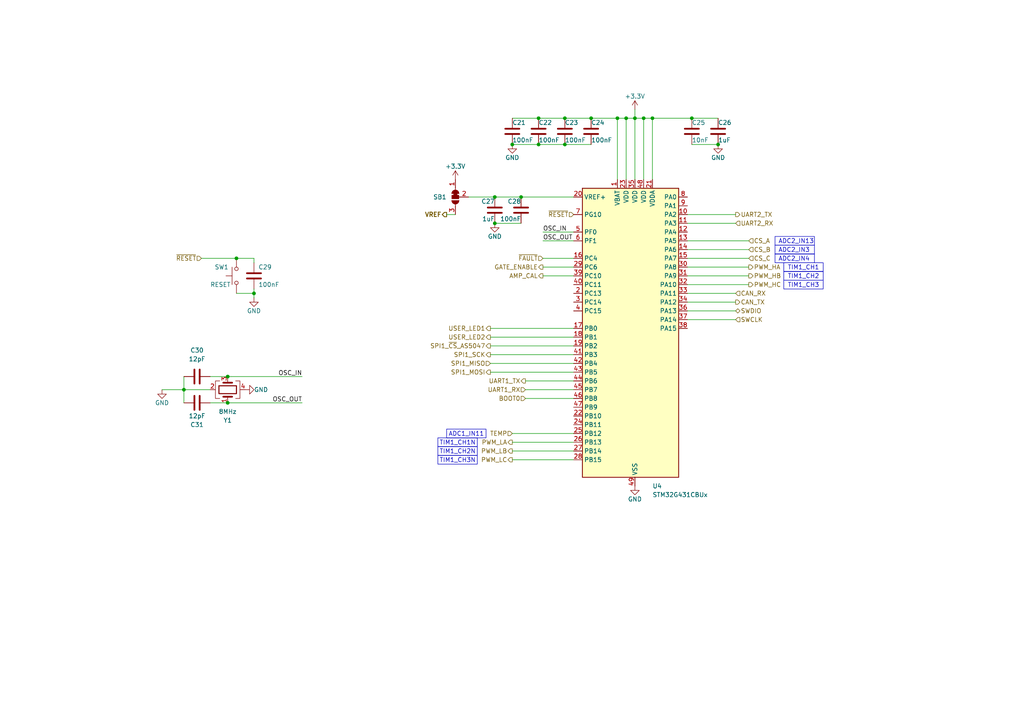
<source format=kicad_sch>
(kicad_sch (version 20230121) (generator eeschema)
  (paper "A4")
  (title_block (comment 1 "Output current sunk/source by any I/Os and control pin is 25mA MAX"))
  (lib_symbols
    (symbol "Device:C" (pin_numbers hide) (pin_names (offset 0.254))
      (property "Reference" "C" (at 0.635 2.54 0))
      (property "Value" "C" (at 0.635 -2.54 0))
      (symbol "C_0_1"
        (polyline (pts (xy -2.032 -0.762) (xy 2.032 -0.762)) (stroke (width 0.508)))
        (polyline (pts (xy -2.032 0.762) (xy 2.032 0.762)) (stroke (width 0.508)))
      )
      (symbol "C_1_1"
        (pin passive line (at 0 3.81 270) (length 2.794) (name "~") (number "1"))
        (pin passive line (at 0 -3.81 90) (length 2.794) (name "~") (number "2"))
      )
    )
    (symbol "Device:Crystal_GND24" (pin_names (offset 1.016) hide)
      (property "Reference" "Y" (at 3.175 5.08 0))
      (property "Value" "Crystal_GND24" (at 3.175 3.175 0))
      (symbol "Crystal_GND24_0_1"
        (rectangle (start -1.143 2.54) (end 1.143 -2.54) (stroke (width 0.3048)))
        (polyline (pts (xy -2.54 0) (xy -2.032 0)))
        (polyline (pts (xy -2.032 -1.27) (xy -2.032 1.27)) (stroke (width 0.508)))
        (polyline (pts (xy 0 -3.81) (xy 0 -3.556)))
        (polyline (pts (xy 0 3.556) (xy 0 3.81)))
        (polyline (pts (xy 2.032 -1.27) (xy 2.032 1.27)) (stroke (width 0.508)))
        (polyline (pts (xy 2.032 0) (xy 2.54 0)))
        (polyline (pts (xy -2.54 -2.286) (xy -2.54 -3.556) (xy 2.54 -3.556) (xy 2.54 -2.286)))
        (polyline (pts (xy -2.54 2.286) (xy -2.54 3.556) (xy 2.54 3.556) (xy 2.54 2.286)))
      )
      (symbol "Crystal_GND24_1_1"
        (pin passive line (at -3.81 0 0) (length 1.27) (name "1") (number "1"))
        (pin passive line (at 0 5.08 270) (length 1.27) (name "2") (number "2"))
        (pin passive line (at 3.81 0 180) (length 1.27) (name "3") (number "3"))
        (pin passive line (at 0 -5.08 90) (length 1.27) (name "4") (number "4"))
      )
    )
    (symbol "GND_1" (power) (pin_names (offset 0))
      (property "Value" "GND_1" (at 0 -3.81 0))
      (symbol "GND_1_0_1"
        (polyline (pts (xy 0 0) (xy 0 -1.27) (xy 1.27 -1.27) (xy 0 -2.54) (xy -1.27 -1.27) (xy 0 -1.27)))
      )
      (symbol "GND_1_1_1"
        (pin power_in line (at 0 0 270) (length 0) hide (name "GND") (number "1"))
      )
    )
    (symbol "GND_2" (power) (pin_names (offset 0))
      (property "Value" "GND_2" (at 0 -3.81 0))
      (symbol "GND_2_0_1"
        (polyline (pts (xy 0 0) (xy 0 -1.27) (xy 1.27 -1.27) (xy 0 -2.54) (xy -1.27 -1.27) (xy 0 -1.27)))
      )
      (symbol "GND_2_1_1"
        (pin power_in line (at 0 0 270) (length 0) hide (name "GND") (number "1"))
      )
    )
    (symbol "Jumper:SolderJumper_3_Bridged12" (pin_names (offset 0) hide)
      (property "Reference" "JP" (at -2.54 -2.54 0))
      (property "Value" "SolderJumper_3_Bridged12" (at 0 2.794 0))
      (symbol "SolderJumper_3_Bridged12_0_1"
        (rectangle (start -1.016 0.508) (end -0.508 -0.508) (fill (type outline)))
        (arc (start -1.016 1.016) (mid -2.0276 0) (end -1.016 -1.016))
        (arc (start -1.016 1.016) (mid -2.0276 0) (end -1.016 -1.016) (fill (type outline)))
        (rectangle (start -0.508 1.016) (end 0.508 -1.016) (fill (type outline)))
        (polyline (pts (xy -2.54 0) (xy -2.032 0)))
        (polyline (pts (xy -1.016 1.016) (xy -1.016 -1.016)))
        (polyline (pts (xy 0 -1.27) (xy 0 -1.016)))
        (polyline (pts (xy 1.016 1.016) (xy 1.016 -1.016)))
        (polyline (pts (xy 2.54 0) (xy 2.032 0)))
        (arc (start 1.016 -1.016) (mid 2.0276 0) (end 1.016 1.016))
        (arc (start 1.016 -1.016) (mid 2.0276 0) (end 1.016 1.016) (fill (type outline)))
      )
      (symbol "SolderJumper_3_Bridged12_1_1"
        (pin passive line (at -5.08 0 0) (length 2.54) (name "A") (number "1"))
        (pin passive line (at 0 -3.81 90) (length 2.54) (name "C") (number "2"))
        (pin passive line (at 5.08 0 180) (length 2.54) (name "B") (number "3"))
      )
    )
    (symbol "MCU_ST_STM32G4:STM32G431CBUx"
      (property "Reference" "U" (at -12.7 44.45 0))
      (property "Value" "STM32G431CBUx" (at 10.16 44.45 0))
      (symbol "STM32G431CBUx_0_1"
        (rectangle (start -12.7 -40.64) (end 15.24 43.18) (stroke (width 0.254)) (fill (type background)))
      )
      (symbol "STM32G431CBUx_1_1"
        (pin power_in line (at -2.54 45.72 270) (length 2.54) (name "VBAT") (number "1"))
        (pin bidirectional line (at 17.78 35.56 180) (length 2.54) (name "PA2") (number "10"))
        (pin bidirectional line (at 17.78 33.02 180) (length 2.54) (name "PA3") (number "11"))
        (pin bidirectional line (at 17.78 30.48 180) (length 2.54) (name "PA4") (number "12"))
        (pin bidirectional line (at 17.78 27.94 180) (length 2.54) (name "PA5") (number "13"))
        (pin bidirectional line (at 17.78 25.4 180) (length 2.54) (name "PA6") (number "14"))
        (pin bidirectional line (at 17.78 22.86 180) (length 2.54) (name "PA7") (number "15"))
        (pin bidirectional line (at -15.24 22.86 0) (length 2.54) (name "PC4") (number "16"))
        (pin bidirectional line (at -15.24 2.54 0) (length 2.54) (name "PB0") (number "17"))
        (pin bidirectional line (at -15.24 0 0) (length 2.54) (name "PB1") (number "18"))
        (pin bidirectional line (at -15.24 -2.54 0) (length 2.54) (name "PB2") (number "19"))
        (pin bidirectional line (at -15.24 12.7 0) (length 2.54) (name "PC13") (number "2"))
        (pin input line (at -15.24 40.64 0) (length 2.54) (name "VREF+") (number "20"))
        (pin power_in line (at 7.62 45.72 270) (length 2.54) (name "VDDA") (number "21"))
        (pin bidirectional line (at -15.24 -22.86 0) (length 2.54) (name "PB10") (number "22"))
        (pin power_in line (at 0 45.72 270) (length 2.54) (name "VDD") (number "23"))
        (pin bidirectional line (at -15.24 -25.4 0) (length 2.54) (name "PB11") (number "24"))
        (pin bidirectional line (at -15.24 -27.94 0) (length 2.54) (name "PB12") (number "25"))
        (pin bidirectional line (at -15.24 -30.48 0) (length 2.54) (name "PB13") (number "26"))
        (pin bidirectional line (at -15.24 -33.02 0) (length 2.54) (name "PB14") (number "27"))
        (pin bidirectional line (at -15.24 -35.56 0) (length 2.54) (name "PB15") (number "28"))
        (pin bidirectional line (at -15.24 20.32 0) (length 2.54) (name "PC6") (number "29"))
        (pin bidirectional line (at -15.24 10.16 0) (length 2.54) (name "PC14") (number "3"))
        (pin bidirectional line (at 17.78 20.32 180) (length 2.54) (name "PA8") (number "30"))
        (pin bidirectional line (at 17.78 17.78 180) (length 2.54) (name "PA9") (number "31"))
        (pin bidirectional line (at 17.78 15.24 180) (length 2.54) (name "PA10") (number "32"))
        (pin bidirectional line (at 17.78 12.7 180) (length 2.54) (name "PA11") (number "33"))
        (pin bidirectional line (at 17.78 10.16 180) (length 2.54) (name "PA12") (number "34"))
        (pin power_in line (at 2.54 45.72 270) (length 2.54) (name "VDD") (number "35"))
        (pin bidirectional line (at 17.78 7.62 180) (length 2.54) (name "PA13") (number "36"))
        (pin bidirectional line (at 17.78 5.08 180) (length 2.54) (name "PA14") (number "37"))
        (pin bidirectional line (at 17.78 2.54 180) (length 2.54) (name "PA15") (number "38"))
        (pin bidirectional line (at -15.24 17.78 0) (length 2.54) (name "PC10") (number "39"))
        (pin bidirectional line (at -15.24 7.62 0) (length 2.54) (name "PC15") (number "4"))
        (pin bidirectional line (at -15.24 15.24 0) (length 2.54) (name "PC11") (number "40"))
        (pin bidirectional line (at -15.24 -5.08 0) (length 2.54) (name "PB3") (number "41"))
        (pin bidirectional line (at -15.24 -7.62 0) (length 2.54) (name "PB4") (number "42"))
        (pin bidirectional line (at -15.24 -10.16 0) (length 2.54) (name "PB5") (number "43"))
        (pin bidirectional line (at -15.24 -12.7 0) (length 2.54) (name "PB6") (number "44"))
        (pin bidirectional line (at -15.24 -15.24 0) (length 2.54) (name "PB7") (number "45"))
        (pin bidirectional line (at -15.24 -17.78 0) (length 2.54) (name "PB8") (number "46"))
        (pin bidirectional line (at -15.24 -20.32 0) (length 2.54) (name "PB9") (number "47"))
        (pin power_in line (at 5.08 45.72 270) (length 2.54) (name "VDD") (number "48"))
        (pin power_in line (at 2.54 -43.18 90) (length 2.54) (name "VSS") (number "49"))
        (pin bidirectional line (at -15.24 30.48 0) (length 2.54) (name "PF0") (number "5"))
        (pin bidirectional line (at -15.24 27.94 0) (length 2.54) (name "PF1") (number "6"))
        (pin bidirectional line (at -15.24 35.56 0) (length 2.54) (name "PG10") (number "7"))
        (pin bidirectional line (at 17.78 40.64 180) (length 2.54) (name "PA0") (number "8"))
        (pin bidirectional line (at 17.78 38.1 180) (length 2.54) (name "PA1") (number "9"))
      )
    )
    (symbol "Switch:SW_Push" (pin_numbers hide) (pin_names (offset 1.016) hide)
      (property "Reference" "SW" (at 1.27 2.54 0))
      (property "Value" "SW_Push" (at 0 -1.524 0))
      (symbol "SW_Push_0_1"
        (circle (center -2.032 0) (radius 0.508))
        (polyline (pts (xy 0 1.27) (xy 0 3.048)))
        (polyline (pts (xy 2.54 1.27) (xy -2.54 1.27)))
        (circle (center 2.032 0) (radius 0.508))
        (pin passive line (at -5.08 0 0) (length 2.54) (name "1") (number "1"))
        (pin passive line (at 5.08 0 180) (length 2.54) (name "2") (number "2"))
      )
    )
    (symbol "power:+3.3V" (power) (pin_names (offset 0))
      (property "Value" "+3.3V" (at 0 3.556 0))
      (symbol "+3.3V_0_1"
        (polyline (pts (xy -0.762 1.27) (xy 0 2.54)))
        (polyline (pts (xy 0 0) (xy 0 2.54)))
        (polyline (pts (xy 0 2.54) (xy 0.762 1.27)))
      )
      (symbol "+3.3V_1_1"
        (pin power_in line (at 0 0 90) (length 0) hide (name "+3.3V") (number "1"))
      )
    )
    (symbol "power:GND" (power) (pin_names (offset 0))
      (property "Value" "GND" (at 0 -3.81 0))
      (symbol "GND_0_1"
        (polyline (pts (xy 0 0) (xy 0 -1.27) (xy 1.27 -1.27) (xy 0 -2.54) (xy -1.27 -1.27) (xy 0 -1.27)))
      )
      (symbol "GND_1_1"
        (pin power_in line (at 0 0 270) (length 0) hide (name "GND") (number "1"))
      )
    )
  )
  (junction (at 53.34 113.03))
  (junction (at 200.66 34.29))
  (junction (at 68.58 74.93))
  (junction (at 163.83 34.29))
  (junction (at 156.21 34.29))
  (junction (at 179.07 34.29))
  (junction (at 151.13 57.15))
  (junction (at 184.15 34.29))
  (junction (at 66.04 116.84))
  (junction (at 186.69 34.29))
  (junction (at 181.61 34.29))
  (junction (at 73.66 85.09))
  (junction (at 189.23 34.29))
  (junction (at 171.45 34.29))
  (junction (at 143.51 57.15))
  (junction (at 163.83 41.91))
  (junction (at 208.28 41.91))
  (junction (at 143.51 64.77))
  (junction (at 66.04 109.22))
  (junction (at 148.59 41.91))
  (junction (at 156.21 41.91))
  (wire (pts (xy 73.66 85.09) (xy 73.66 86.36)))
  (wire (pts (xy 60.96 116.84) (xy 66.04 116.84)))
  (wire (pts (xy 181.61 34.29) (xy 184.15 34.29)))
  (wire (pts (xy 148.59 133.35) (xy 166.37 133.35)))
  (wire (pts (xy 60.96 109.22) (xy 66.04 109.22)))
  (wire (pts (xy 199.39 92.71) (xy 213.36 92.71)))
  (wire (pts (xy 152.4 115.57) (xy 166.37 115.57)))
  (wire (pts (xy 179.07 34.29) (xy 179.07 52.07)))
  (wire (pts (xy 171.45 34.29) (xy 163.83 34.29)))
  (wire (pts (xy 68.58 74.93) (xy 73.66 74.93)))
  (wire (pts (xy 199.39 69.85) (xy 217.17 69.85)))
  (wire (pts (xy 148.59 41.91) (xy 156.21 41.91)))
  (wire (pts (xy 166.37 102.87) (xy 142.24 102.87)))
  (wire (pts (xy 148.59 128.27) (xy 166.37 128.27)))
  (wire (pts (xy 73.66 74.93) (xy 73.66 76.2)))
  (wire (pts (xy 199.39 85.09) (xy 213.36 85.09)))
  (wire (pts (xy 142.24 95.25) (xy 166.37 95.25)))
  (wire (pts (xy 166.37 113.03) (xy 152.4 113.03)))
  (wire (pts (xy 156.21 41.91) (xy 163.83 41.91)))
  (wire (pts (xy 157.48 67.31) (xy 166.37 67.31)))
  (wire (pts (xy 129.54 62.23) (xy 132.08 62.23)))
  (wire (pts (xy 53.34 113.03) (xy 60.96 113.03)))
  (wire (pts (xy 199.39 80.01) (xy 217.17 80.01)))
  (wire (pts (xy 148.59 130.81) (xy 166.37 130.81)))
  (wire (pts (xy 142.24 97.79) (xy 166.37 97.79)))
  (wire (pts (xy 189.23 34.29) (xy 200.66 34.29)))
  (wire (pts (xy 68.58 85.09) (xy 73.66 85.09)))
  (wire (pts (xy 186.69 34.29) (xy 189.23 34.29)))
  (wire (pts (xy 166.37 110.49) (xy 152.4 110.49)))
  (wire (pts (xy 199.39 90.17) (xy 213.36 90.17)))
  (wire (pts (xy 181.61 34.29) (xy 181.61 52.07)))
  (wire (pts (xy 171.45 34.29) (xy 179.07 34.29)))
  (wire (pts (xy 143.51 57.15) (xy 135.89 57.15)))
  (wire (pts (xy 184.15 34.29) (xy 184.15 52.07)))
  (wire (pts (xy 184.15 31.75) (xy 184.15 34.29)))
  (wire (pts (xy 151.13 64.77) (xy 143.51 64.77)))
  (wire (pts (xy 53.34 109.22) (xy 53.34 113.03)))
  (wire (pts (xy 199.39 64.77) (xy 213.36 64.77)))
  (wire (pts (xy 46.99 113.03) (xy 53.34 113.03)))
  (wire (pts (xy 179.07 34.29) (xy 181.61 34.29)))
  (wire (pts (xy 166.37 107.95) (xy 142.24 107.95)))
  (wire (pts (xy 142.24 100.33) (xy 166.37 100.33)))
  (wire (pts (xy 66.04 116.84) (xy 87.63 116.84)))
  (wire (pts (xy 163.83 34.29) (xy 156.21 34.29)))
  (wire (pts (xy 186.69 34.29) (xy 186.69 52.07)))
  (wire (pts (xy 163.83 41.91) (xy 171.45 41.91)))
  (wire (pts (xy 200.66 41.91) (xy 208.28 41.91)))
  (wire (pts (xy 200.66 34.29) (xy 208.28 34.29)))
  (wire (pts (xy 186.69 34.29) (xy 184.15 34.29)))
  (wire (pts (xy 157.48 74.93) (xy 166.37 74.93)))
  (wire (pts (xy 199.39 77.47) (xy 217.17 77.47)))
  (wire (pts (xy 73.66 85.09) (xy 73.66 83.82)))
  (wire (pts (xy 199.39 82.55) (xy 217.17 82.55)))
  (wire (pts (xy 199.39 62.23) (xy 213.36 62.23)))
  (wire (pts (xy 148.59 125.73) (xy 166.37 125.73)))
  (wire (pts (xy 151.13 57.15) (xy 166.37 57.15)))
  (wire (pts (xy 53.34 113.03) (xy 53.34 116.84)))
  (wire (pts (xy 166.37 105.41) (xy 142.24 105.41)))
  (wire (pts (xy 66.04 109.22) (xy 87.63 109.22)))
  (wire (pts (xy 189.23 34.29) (xy 189.23 52.07)))
  (wire (pts (xy 157.48 80.01) (xy 166.37 80.01)))
  (wire (pts (xy 68.58 74.93) (xy 58.42 74.93)))
  (wire (pts (xy 199.39 72.39) (xy 217.17 72.39)))
  (wire (pts (xy 199.39 87.63) (xy 213.36 87.63)))
  (wire (pts (xy 156.21 34.29) (xy 148.59 34.29)))
  (wire (pts (xy 199.39 74.93) (xy 217.17 74.93)))
  (wire (pts (xy 157.48 77.47) (xy 166.37 77.47)))
  (wire (pts (xy 151.13 57.15) (xy 143.51 57.15)))
  (wire (pts (xy 157.48 69.85) (xy 166.37 69.85)))
  (text_box "TIM1_CH3N\n" (at 127 132.08 0) (size 11.43 2.54) (effects (font (size 1.27 1.27))))
  (text_box "ADC1_IN11" (at 129.54 124.46 0) (size 11.43 2.54) (effects (font (size 1.27 1.27))))
  (text_box "TIM1_CH1N" (at 127 127 0) (size 11.43 2.54) (effects (font (size 1.27 1.27))))
  (text_box "TIM1_CH2" (at 227.33 78.74 0) (size 11.43 2.54) (effects (font (size 1.27 1.27))))
  (text_box "ADC2_IN3" (at 224.79 71.12 0) (size 11.43 2.54) (effects (font (size 1.27 1.27)) (justify left)))
  (text_box "TIM1_CH3" (at 227.33 81.28 0) (size 11.43 2.54) (effects (font (size 1.27 1.27))))
  (text_box "TIM1_CH1" (at 227.33 76.2 0) (size 11.43 2.54) (effects (font (size 1.27 1.27))))
  (text_box "TIM1_CH2N" (at 127 129.54 0) (size 11.43 2.54) (effects (font (size 1.27 1.27))))
  (text_box "ADC2_IN13" (at 224.79 68.58 0) (size 11.43 2.54) (effects (font (size 1.27 1.27)) (justify left)))
  (text_box "ADC2_IN4" (at 224.79 73.66 0) (size 11.43 2.54) (effects (font (size 1.27 1.27)) (justify left)))
  (label "OSC_OUT" (at 87.63 116.84 180))
  (label "OSC_IN" (at 157.48 67.31 0))
  (label "OSC_OUT" (at 157.48 69.85 0))
  (label "OSC_IN" (at 87.63 109.22 180))
  (hierarchical_label "VREF" (shape output) (at 129.54 62.23 180) (effects (font bold)))
  (hierarchical_label "BOOT0" (shape input) (at 152.4 115.57 180))
  (hierarchical_label "PWM_LC" (shape output) (at 148.59 133.35 180))
  (hierarchical_label "SPI1_MISO" (shape input) (at 142.24 105.41 180))
  (hierarchical_label "~{FAULT}" (shape input) (at 157.48 74.93 180))
  (hierarchical_label "USER_LED1" (shape output) (at 142.24 95.25 180))
  (hierarchical_label "GATE_ENABLE" (shape output) (at 157.48 77.47 180))
  (hierarchical_label "~{RESET}" (shape input) (at 166.37 62.23 180))
  (hierarchical_label "PWM_HC" (shape output) (at 217.17 82.55 0))
  (hierarchical_label "AMP_CAL" (shape output) (at 157.48 80.01 180))
  (hierarchical_label "CS_B" (shape input) (at 217.17 72.39 0))
  (hierarchical_label "TEMP" (shape input) (at 148.59 125.73 180))
  (hierarchical_label "CS_C" (shape input) (at 217.17 74.93 0))
  (hierarchical_label "PWM_HB" (shape output) (at 217.17 80.01 0))
  (hierarchical_label "UART1_TX" (shape output) (at 152.4 110.49 180))
  (hierarchical_label "CAN_RX" (shape input) (at 213.36 85.09 0))
  (hierarchical_label "SPI1_SCK" (shape output) (at 142.24 102.87 180))
  (hierarchical_label "SPI1_~{CS}_AS5047" (shape output) (at 142.24 100.33 180))
  (hierarchical_label "UART1_RX" (shape input) (at 152.4 113.03 180))
  (hierarchical_label "UART2_TX" (shape output) (at 213.36 62.23 0))
  (hierarchical_label "USER_LED2" (shape output) (at 142.24 97.79 180))
  (hierarchical_label "PWM_HA" (shape output) (at 217.17 77.47 0))
  (hierarchical_label "CS_A" (shape input) (at 217.17 69.85 0))
  (hierarchical_label "PWM_LB" (shape output) (at 148.59 130.81 180))
  (hierarchical_label "SWDIO" (shape bidirectional) (at 213.36 90.17 0))
  (hierarchical_label "PWM_LA" (shape output) (at 148.59 128.27 180))
  (hierarchical_label "SPI1_MOSI" (shape output) (at 142.24 107.95 180))
  (hierarchical_label "UART2_RX" (shape input) (at 213.36 64.77 0))
  (hierarchical_label "~{RESET}" (shape input) (at 58.42 74.93 180))
  (hierarchical_label "SWCLK" (shape input) (at 213.36 92.71 0))
  (hierarchical_label "CAN_TX" (shape output) (at 213.36 87.63 0))
  (symbol (lib_id "power:GND") (at 184.15 140.97 0) (mirror y) (unit 1)
    (property "Reference" "#PWR048" (effects hide))
    (property "Value" "GND" (at 184.15 144.78 0))
  )
  (symbol (lib_id "power:+3.3V") (at 184.15 31.75 0) (unit 1)
    (property "Reference" "#PWR040" (effects hide))
    (property "Value" "+3.3V" (at 184.15 27.94 0))
  )
  (symbol (lib_id "Device:C") (at 200.66 38.1 0) (unit 1)
    (property "Reference" "C25" (at 200.66 35.56 0) (effects (justify left)))
    (property "Value" "10nF" (at 200.66 40.64 0) (effects (justify left)))
    (property "Footprint" "Capacitor_SMD:C_0402_1005Metric" (effects hide))
    (property "JLCPCB Part #" "C1525" (effects hide))
    (property "MFR.Part #" "CL05B104KO5NNNC" (effects hide))
  )
  (symbol (lib_id "Device:C") (at 57.15 109.22 90) (unit 1)
    (property "Reference" "C30" (at 57.15 101.6 90))
    (property "Value" "12pF" (at 57.15 104.14 90))
    (property "Footprint" "Capacitor_SMD:C_0402_1005Metric" (effects hide))
  )
  (symbol (lib_id "Device:C") (at 148.59 38.1 0) (unit 1)
    (property "Reference" "C21" (at 148.59 35.56 0) (effects (justify left)))
    (property "Value" "100nF" (at 148.59 40.64 0) (effects (justify left)))
    (property "Footprint" "Capacitor_SMD:C_0402_1005Metric" (effects hide))
    (property "JLCPCB Part #" "C1525" (effects hide))
    (property "MFR.Part #" "CL05B104KO5NNNC" (effects hide))
  )
  (symbol (lib_id "Device:Crystal_GND24") (at 66.04 113.03 90) (unit 1)
    (property "Reference" "Y1" (at 66.04 121.92 90))
    (property "Value" "8MHz" (at 66.04 119.38 90))
    (property "Footprint" "Crystal:Crystal_SMD_3225-4Pin_3.2x2.5mm" (effects hide))
  )
  (symbol (lib_id "Device:C") (at 143.51 60.96 0) (mirror y) (unit 1)
    (property "Reference" "C27" (at 143.51 58.42 0) (effects (justify left)))
    (property "Value" "1uF" (at 143.51 63.5 0) (effects (justify left)))
    (property "Footprint" "Capacitor_SMD:C_0402_1005Metric" (effects hide))
  )
  (symbol (lib_id "power:GND") (at 148.59 41.91 0) (unit 1)
    (property "Reference" "#PWR041" (effects hide))
    (property "Value" "GND" (at 148.59 45.72 0))
  )
  (symbol (lib_id "Device:C") (at 73.66 80.01 0) (unit 1)
    (property "Reference" "C29" (at 74.93 77.47 0) (effects (justify left)))
    (property "Value" "100nF" (at 74.93 82.55 0) (effects (justify left)))
    (property "Footprint" "Capacitor_SMD:C_0402_1005Metric" (effects hide))
    (property "JLCPCB Part #" "C1525" (effects hide))
    (property "MFR.Part #" "CL05B104KO5NNNC" (effects hide))
  )
  (symbol (lib_id "Device:C") (at 171.45 38.1 0) (unit 1)
    (property "Reference" "C24" (at 171.45 35.56 0) (effects (justify left)))
    (property "Value" "100nF" (at 171.45 40.64 0) (effects (justify left)))
    (property "Footprint" "Capacitor_SMD:C_0402_1005Metric" (effects hide))
    (property "JLCPCB Part #" "C1525" (effects hide))
    (property "MFR.Part #" "CL05B104KO5NNNC" (effects hide))
  )
  (symbol (lib_id "Switch:SW_Push") (at 68.58 80.01 90) (unit 1)
    (property "Reference" "SW1" (at 62.23 77.47 90) (effects (justify right)))
    (property "Value" "RESET" (at 60.96 82.55 90) (effects (justify right)))
    (property "Footprint" "Button_Switch_SMD:SW_SPST_TL3342" (effects hide))
  )
  (symbol (lib_id "Device:C") (at 151.13 60.96 0) (mirror y) (unit 1)
    (property "Reference" "C28" (at 151.13 58.42 0) (effects (justify left)))
    (property "Value" "100nF" (at 151.13 63.5 0) (effects (justify left)))
    (property "Footprint" "Capacitor_SMD:C_0402_1005Metric" (effects hide))
    (property "JLCPCB Part #" "C1525" (effects hide))
    (property "MFR.Part #" "CL05B104KO5NNNC" (effects hide))
  )
  (symbol (lib_name "GND_2") (lib_id "power:GND") (at 71.12 113.03 90) (unit 1)
    (property "Reference" "#PWR047" (effects hide))
    (property "Value" "GND" (at 73.66 113.03 90) (effects (justify right)))
  )
  (symbol (lib_id "MCU_ST_STM32G4:STM32G431CBUx") (at 181.61 97.79 0) (unit 1)
    (property "Reference" "U4" (at 189.23 140.97 0) (effects (justify left)))
    (property "Value" "STM32G431CBUx" (at 189.23 143.51 0) (effects (justify left)))
    (property "Footprint" "Package_DFN_QFN:QFN-48-1EP_7x7mm_P0.5mm_EP5.6x5.6mm" (effects hide))
    (property "Datasheet" "https://www.st.com/resource/en/datasheet/stm32g431cb.pdf" (effects hide))
    (property "JLCPCB Part #" "C529356" (effects hide))
    (property "MFR.Part #" "STM32G431CBU6" (effects hide))
  )
  (symbol (lib_id "power:GND") (at 143.51 64.77 0) (mirror y) (unit 1)
    (property "Reference" "#PWR044" (effects hide))
    (property "Value" "GND" (at 143.51 68.58 0))
  )
  (symbol (lib_id "Device:C") (at 208.28 38.1 0) (unit 1)
    (property "Reference" "C26" (at 208.28 35.56 0) (effects (justify left)))
    (property "Value" "1uF" (at 208.28 40.64 0) (effects (justify left)))
    (property "Footprint" "Capacitor_SMD:C_0402_1005Metric" (effects hide))
  )
  (symbol (lib_id "power:+3.3V") (at 132.08 52.07 0) (unit 1)
    (property "Reference" "#PWR043" (effects hide))
    (property "Value" "+3.3V" (at 132.08 48.26 0))
  )
  (symbol (lib_id "Device:C") (at 156.21 38.1 0) (unit 1)
    (property "Reference" "C22" (at 156.21 35.56 0) (effects (justify left)))
    (property "Value" "100nF" (at 156.21 40.64 0) (effects (justify left)))
    (property "Footprint" "Capacitor_SMD:C_0402_1005Metric" (effects hide))
    (property "JLCPCB Part #" "C1525" (effects hide))
    (property "MFR.Part #" "CL05B104KO5NNNC" (effects hide))
  )
  (symbol (lib_id "Jumper:SolderJumper_3_Bridged12") (at 132.08 57.15 90) (mirror x) (unit 1)
    (property "Reference" "SB1" (at 129.54 57.15 90) (effects (justify left)))
    (property "Value" "SolderJumper_3_Bridged12" (effects hide))
    (property "Footprint" "Jumper:SolderJumper-3_P1.3mm_Bridged12_RoundedPad1.0x1.5mm" (effects hide))
  )
  (symbol (lib_id "Device:C") (at 57.15 116.84 90) (unit 1)
    (property "Reference" "C31" (at 57.15 123.19 90))
    (property "Value" "12pF" (at 57.15 120.65 90))
    (property "Footprint" "Capacitor_SMD:C_0402_1005Metric" (effects hide))
  )
  (symbol (lib_name "GND_1") (lib_id "power:GND") (at 46.99 113.03 0) (unit 1)
    (property "Reference" "#PWR046" (effects hide))
    (property "Value" "GND" (at 46.99 116.84 0))
  )
  (symbol (lib_id "power:GND") (at 208.28 41.91 0) (unit 1)
    (property "Reference" "#PWR042" (effects hide))
    (property "Value" "GND" (at 208.28 45.72 0))
  )
  (symbol (lib_id "Device:C") (at 163.83 38.1 0) (unit 1)
    (property "Reference" "C23" (at 163.83 35.56 0) (effects (justify left)))
    (property "Value" "100nF" (at 163.83 40.64 0) (effects (justify left)))
    (property "Footprint" "Capacitor_SMD:C_0402_1005Metric" (effects hide))
    (property "JLCPCB Part #" "C1525" (effects hide))
    (property "MFR.Part #" "CL05B104KO5NNNC" (effects hide))
  )
  (symbol (lib_id "power:GND") (at 73.66 86.36 0) (unit 1)
    (property "Reference" "#PWR045" (effects hide))
    (property "Value" "GND" (at 73.66 90.17 0))
  )
)
</source>
